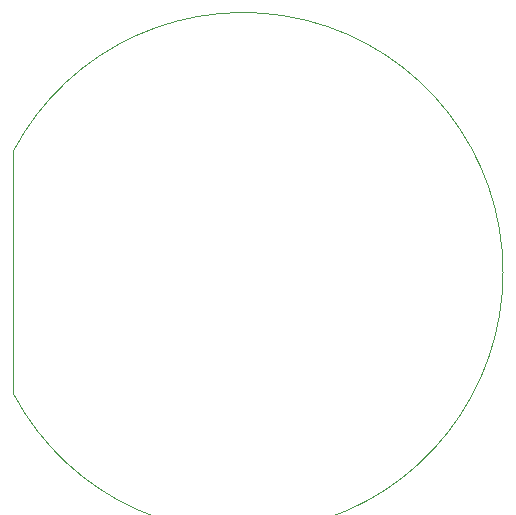
<source format=gbr>
%TF.GenerationSoftware,KiCad,Pcbnew,(6.0.5)*%
%TF.CreationDate,2022-05-23T16:41:31+02:00*%
%TF.ProjectId,qi-lamp-charger,71692d6c-616d-4702-9d63-686172676572,1.0.0*%
%TF.SameCoordinates,Original*%
%TF.FileFunction,Profile,NP*%
%FSLAX46Y46*%
G04 Gerber Fmt 4.6, Leading zero omitted, Abs format (unit mm)*
G04 Created by KiCad (PCBNEW (6.0.5)) date 2022-05-23 16:41:31*
%MOMM*%
%LPD*%
G01*
G04 APERTURE LIST*
%TA.AperFunction,Profile*%
%ADD10C,0.100000*%
%TD*%
G04 APERTURE END LIST*
D10*
X80500000Y-90000000D02*
X80500000Y-110000000D01*
X80543536Y-110268689D02*
G75*
G03*
X121999999Y-100000000I19456464J10268689D01*
G01*
X122000001Y-100000000D02*
G75*
G03*
X80543536Y-89731307I-22000001J0D01*
G01*
X80500000Y-110000000D02*
X80543535Y-110268690D01*
X80500000Y-90000000D02*
X80543536Y-89731307D01*
M02*

</source>
